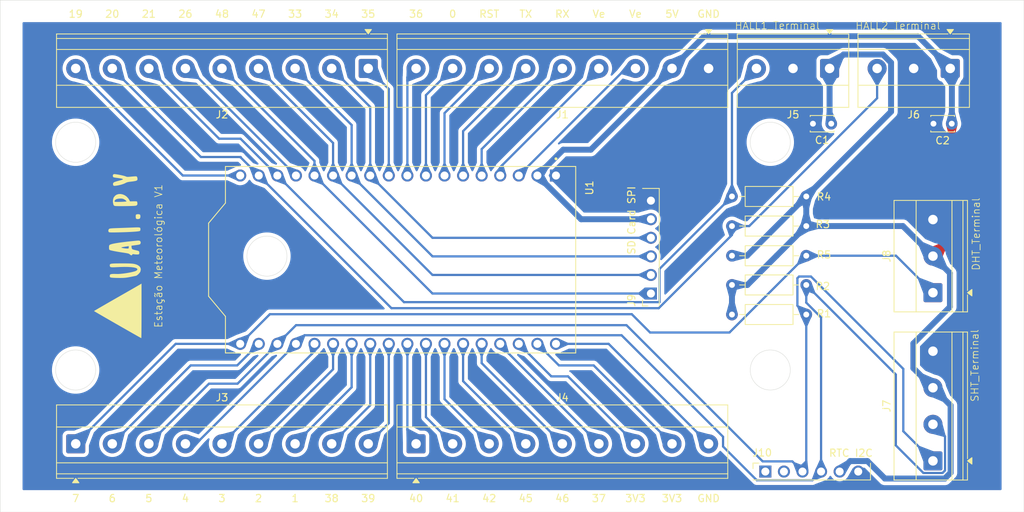
<source format=kicad_pcb>
(kicad_pcb (version 20241229) (generator "pcbnew") (generator_version "9.0")
  (layers (0 "F.Cu" signal) (2 "B.Cu" signal) (13 "F.Paste" user) (15 "B.Paste" user) (5 "F.SilkS" user "F.Silkscreen") (7 "B.SilkS" user "B.Silkscreen") (1 "F.Mask" user) (3 "B.Mask" user) (25 "Edge.Cuts" user))
  (net 0 "")
  (net 1 "Net-(J1-Pin_5)")
  (net 2 "Net-(J1-Pin_4)")
  (net 3 "Net-(J1-Pin_7)")
  (net 4 "Net-(J1-Pin_3)")
  (net 5 "Net-(J1-Pin_8)")
  (net 6 "Net-(J1-Pin_6)")
  (net 7 "/SCK")
  (net 8 "/HALL2_OUT")
  (net 9 "Net-(J2-Pin_6)")
  (net 10 "/CS")
  (net 11 "Net-(J2-Pin_1)")
  (net 12 "/MISO")
  (net 13 "/HALL1_OUT")
  (net 14 "/MOSI")
  (net 15 "/DHT_OUT")
  (net 16 "Net-(J3-Pin_2)")
  (net 17 "Net-(J3-Pin_6)")
  (net 18 "/SDA")
  (net 19 "Net-(J3-Pin_7)")
  (net 20 "Net-(J3-Pin_5)")
  (net 21 "/SCL")
  (net 22 "Net-(J3-Pin_8)")
  (net 23 "Net-(J4-Pin_6)")
  (net 24 "Net-(J4-Pin_4)")
  (net 25 "Net-(J4-Pin_2)")
  (net 26 "Net-(J4-Pin_3)")
  (net 27 "Net-(J4-Pin_8)")
  (net 28 "Net-(J4-Pin_1)")
  (net 29 "Net-(J4-Pin_7)")
  (net 32 "Net-(J4-Pin_9)")
  (net 33 "Net-(J3-Pin_9)")
  (net 34 "Net-(J1-Pin_9)")
  (net 35 "Net-(J2-Pin_9)")
  (net 36 "/GND")
  (net 37 "/VCC")
  (net 38 "Net-(J4-Pin_5)")
  (footprint "TerminalBlock_Phoenix:TerminalBlock_Phoenix_MKDS-1,5-3_1x03_P5.00mm_Horizontal" (layer "F.Cu") (at 192.92 68.835 180)
    (property "Reference" "J5" (at 5 -6.32 0) (layer "F.SilkS"))
    (property "Value" "HALL1_Terminal_01x03")
    (pad "1" thru_hole roundrect (at 0 0 180) (size 2.6 2.6) (drill 1.3) (layers "*.Cu" "*.Mask") (roundrect_rratio 0.096154) (net 37 "/VCC"))
    (pad "2" thru_hole circle (at 5 0 180) (size 2.6 2.6) (drill 1.3) (layers "*.Cu" "*.Mask") (net 36 "/GND"))
    (pad "3" thru_hole circle (at 10 0 180) (size 2.6 2.6) (drill 1.3) (layers "*.Cu" "*.Mask") (net 13 "/HALL1_OUT"))
  )
  (footprint "headerPin_1mm:PinSocket_1x06_P1.00mm_Vertical_v2" (layer "F.Cu") (at 189.66 123.91 90)
    (property "Reference" "J10" (at 2.52 -5.96 0) (layer "F.SilkS"))
    (property "Value" "Conn_01x06_Socket")
    (pad "1" thru_hole rect (at -0.05 -5.525 90) (size 1.65 1.65) (drill 1.1) (layers "*.Cu" "*.Mask"))
    (pad "2" thru_hole circle (at -0.05 -2.985 90) (size 1.65 1.65) (drill 1.1) (layers "*.Cu" "*.Mask"))
    (pad "3" thru_hole circle (at -0.05 -0.445 90) (size 1.65 1.65) (drill 1.1) (layers "*.Cu" "*.Mask") (net 21 "/SCL"))
    (pad "4" thru_hole circle (at -0.05 2.095 90) (size 1.65 1.65) (drill 1.1) (layers "*.Cu" "*.Mask") (net 18 "/SDA"))
    (pad "5" thru_hole circle (at -0.05 4.635 90) (size 1.65 1.65) (drill 1.1) (layers "*.Cu" "*.Mask") (net 37 "/VCC"))
    (pad "6" thru_hole circle (at -0.05 7.175 90) (size 1.65 1.65) (drill 1.1) (layers "*.Cu" "*.Mask") (net 36 "/GND"))
  )
  (footprint "Capacitor_THT:C_Disc_D3.0mm_W2.0mm_P2.50mm" (layer "F.Cu") (at 193.145 76.39 180)
    (property "Reference" "C1" (at 1.25 -2.25 0) (layer "F.SilkS"))
    (property "Value" "100nf")
    (pad "1" thru_hole circle (at 0 0 180) (size 1.6 1.6) (drill 0.8) (layers "*.Cu" "*.Mask") (net 37 "/VCC"))
    (pad "2" thru_hole circle (at 2.5 0 180) (size 1.6 1.6) (drill 0.8) (layers "*.Cu" "*.Mask") (net 36 "/GND"))
  )
  (footprint "TerminalBlock_Phoenix:TerminalBlock_Phoenix_MKDS-1,5-4_1x04_P5.00mm_Horizontal" (layer "F.Cu") (at 207.055 122.5 90)
    (property "Reference" "J7" (at 7.5 -6.32 90) (layer "F.SilkS"))
    (property "Value" "SHT_Terminal_01x04")
    (pad "1" thru_hole roundrect (at 0 0 90) (size 2.6 2.6) (drill 1.3) (layers "*.Cu" "*.Mask") (roundrect_rratio 0.096154) (net 21 "/SCL"))
    (pad "2" thru_hole circle (at 5 0 90) (size 2.6 2.6) (drill 1.3) (layers "*.Cu" "*.Mask") (net 18 "/SDA"))
    (pad "3" thru_hole circle (at 10 0 90) (size 2.6 2.6) (drill 1.3) (layers "*.Cu" "*.Mask") (net 37 "/VCC"))
    (pad "4" thru_hole circle (at 15 0 90) (size 2.6 2.6) (drill 1.3) (layers "*.Cu" "*.Mask") (net 36 "/GND"))
  )
  (footprint "Resistor_THT:R_Axial_DIN0207_L6.3mm_D2.5mm_P10.16mm_Horizontal" (layer "F.Cu") (at 189.73 102.49 180)
    (property "Reference" "R1" (at -2.42 0.13 0) (layer "F.SilkS"))
    (property "Value" "10K ohms")
    (pad "1" thru_hole circle (at 0 0 180) (size 1.6 1.6) (drill 0.8) (layers "*.Cu" "*.Mask") (net 21 "/SCL"))
    (pad "2" thru_hole circle (at 10.16 0 180) (size 1.6 1.6) (drill 0.8) (layers "*.Cu" "*.Mask") (net 37 "/VCC"))
  )
  (footprint "Resistor_THT:R_Axial_DIN0207_L6.3mm_D2.5mm_P10.16mm_Horizontal" (layer "F.Cu") (at 179.57 90.39)
    (property "Reference" "R3" (at 12.42 -0.235 0) (layer "F.SilkS"))
    (property "Value" "10K ohms")
    (pad "1" thru_hole circle (at 0 0) (size 1.6 1.6) (drill 0.8) (layers "*.Cu" "*.Mask") (net 8 "/HALL2_OUT"))
    (pad "2" thru_hole circle (at 10.16 0) (size 1.6 1.6) (drill 0.8) (layers "*.Cu" "*.Mask") (net 37 "/VCC"))
  )
  (footprint "TerminalBlock_Phoenix:TerminalBlock_Phoenix_MKDS-1,5-9_1x09_P5.00mm_Horizontal" (layer "F.Cu") (at 129.83 68.835 180)
    (property "Reference" "J2" (at 20 -6.32 0) (layer "F.SilkS"))
    (property "Value" "Screw_Terminal_01x09")
    (pad "1" thru_hole roundrect (at 0 0 180) (size 2.6 2.6) (drill 1.3) (layers "*.Cu" "*.Mask") (roundrect_rratio 0.096154) (net 11 "Net-(J2-Pin_1)"))
    (pad "2" thru_hole circle (at 5 0 180) (size 2.6 2.6) (drill 1.3) (layers "*.Cu" "*.Mask") (net 12 "/MISO"))
    (pad "3" thru_hole circle (at 10 0 180) (size 2.6 2.6) (drill 1.3) (layers "*.Cu" "*.Mask") (net 14 "/MOSI"))
    (pad "4" thru_hole circle (at 15 0 180) (size 2.6 2.6) (drill 1.3) (layers "*.Cu" "*.Mask") (net 7 "/SCK"))
    (pad "5" thru_hole circle (at 20 0 180) (size 2.6 2.6) (drill 1.3) (layers "*.Cu" "*.Mask") (net 10 "/CS"))
    (pad "6" thru_hole circle (at 25 0 180) (size 2.6 2.6) (drill 1.3) (layers "*.Cu" "*.Mask") (net 9 "Net-(J2-Pin_6)"))
    (pad "7" thru_hole circle (at 30 0 180) (size 2.6 2.6) (drill 1.3) (layers "*.Cu" "*.Mask") (net 13 "/HALL1_OUT"))
    (pad "8" thru_hole circle (at 35 0 180) (size 2.6 2.6) (drill 1.3) (layers "*.Cu" "*.Mask") (net 8 "/HALL2_OUT"))
    (pad "9" thru_hole circle (at 40 0 180) (size 2.6 2.6) (drill 1.3) (layers "*.Cu" "*.Mask") (net 35 "Net-(J2-Pin_9)"))
  )
  (footprint "headerPin_1mm:PinSocket_1x06_P1.00mm_Vertical" (layer "F.Cu") (at 168.48125 93.29 180)
    (property "Reference" "J9" (at 2.645 -7.28 270) (layer "F.SilkS"))
    (property "Value" "Conn_01x06_Socket")
    (pad "1" thru_hole rect (at -0.005 -6.325 180) (size 1.65 1.65) (drill 1.1) (layers "*.Cu" "*.Mask") (net 10 "/CS"))
    (pad "2" thru_hole circle (at -0.005 -3.785 180) (size 1.65 1.65) (drill 1.1) (layers "*.Cu" "*.Mask") (net 7 "/SCK"))
    (pad "3" thru_hole circle (at -0.005 -1.245 180) (size 1.65 1.65) (drill 1.1) (layers "*.Cu" "*.Mask") (net 14 "/MOSI"))
    (pad "4" thru_hole circle (at -0.005 1.295 180) (size 1.65 1.65) (drill 1.1) (layers "*.Cu" "*.Mask") (net 12 "/MISO"))
    (pad "5" thru_hole circle (at -0.005 3.835 180) (size 1.65 1.65) (drill 1.1) (layers "*.Cu" "*.Mask") (net 37 "/VCC"))
    (pad "6" thru_hole circle (at -0.005 6.375 180) (size 1.65 1.65) (drill 1.1) (layers "*.Cu" "*.Mask") (net 36 "/GND"))
  )
  (footprint "TerminalBlock_Phoenix:TerminalBlock_Phoenix_MKDS-1,5-9_1x09_P5.00mm_Horizontal" (layer "F.Cu") (at 176.375 68.835 180)
    (property "Reference" "J1" (at 20 -6.32 0) (layer "F.SilkS"))
    (property "Value" "Screw_Terminal_01x09")
    (pad "1" thru_hole roundrect (at 0 0 180) (size 2.6 2.6) (drill 1.3) (layers "*.Cu" "*.Mask") (roundrect_rratio 0.096154) (net 36 "/GND"))
    (pad "2" thru_hole circle (at 5 0 180) (size 2.6 2.6) (drill 1.3) (layers "*.Cu" "*.Mask") (net 37 "/VCC"))
    (pad "3" thru_hole circle (at 10 0 180) (size 2.6 2.6) (drill 1.3) (layers "*.Cu" "*.Mask") (net 4 "Net-(J1-Pin_3)"))
    (pad "4" thru_hole circle (at 15 0 180) (size 2.6 2.6) (drill 1.3) (layers "*.Cu" "*.Mask") (net 2 "Net-(J1-Pin_4)"))
    (pad "5" thru_hole circle (at 20 0 180) (size 2.6 2.6) (drill 1.3) (layers "*.Cu" "*.Mask") (net 1 "Net-(J1-Pin_5)"))
    (pad "6" thru_hole circle (at 25 0 180) (size 2.6 2.6) (drill 1.3) (layers "*.Cu" "*.Mask") (net 6 "Net-(J1-Pin_6)"))
    (pad "7" thru_hole circle (at 30 0 180) (size 2.6 2.6) (drill 1.3) (layers "*.Cu" "*.Mask") (net 3 "Net-(J1-Pin_7)"))
    (pad "8" thru_hole circle (at 35 0 180) (size 2.6 2.6) (drill 1.3) (layers "*.Cu" "*.Mask") (net 5 "Net-(J1-Pin_8)"))
    (pad "9" thru_hole circle (at 40 0 180) (size 2.6 2.6) (drill 1.3) (layers "*.Cu" "*.Mask") (net 34 "Net-(J1-Pin_9)"))
  )
  (footprint "TerminalBlock_Phoenix:TerminalBlock_Phoenix_MKDS-1,5-9_1x09_P5.00mm_Horizontal" (layer "F.Cu") (at 136.375 120.165)
    (property "Reference" "J4" (at 20 -6.32 0) (layer "F.SilkS"))
    (property "Value" "Screw_Terminal_01x09")
    (pad "1" thru_hole roundrect (at 0 0) (size 2.6 2.6) (drill 1.3) (layers "*.Cu" "*.Mask") (roundrect_rratio 0.096154) (net 28 "Net-(J4-Pin_1)"))
    (pad "2" thru_hole circle (at 5 0) (size 2.6 2.6) (drill 1.3) (layers "*.Cu" "*.Mask") (net 25 "Net-(J4-Pin_2)"))
    (pad "3" thru_hole circle (at 10 0) (size 2.6 2.6) (drill 1.3) (layers "*.Cu" "*.Mask") (net 26 "Net-(J4-Pin_3)"))
    (pad "4" thru_hole circle (at 15 0) (size 2.6 2.6) (drill 1.3) (layers "*.Cu" "*.Mask") (net 24 "Net-(J4-Pin_4)"))
    (pad "5" thru_hole circle (at 20 0) (size 2.6 2.6) (drill 1.3) (layers "*.Cu" "*.Mask") (net 38 "Net-(J4-Pin_5)"))
    (pad "6" thru_hole circle (at 25 0) (size 2.6 2.6) (drill 1.3) (layers "*.Cu" "*.Mask") (net 23 "Net-(J4-Pin_6)"))
    (pad "7" thru_hole circle (at 30 0) (size 2.6 2.6) (drill 1.3) (layers "*.Cu" "*.Mask") (net 29 "Net-(J4-Pin_7)"))
    (pad "8" thru_hole circle (at 35 0) (size 2.6 2.6) (drill 1.3) (layers "*.Cu" "*.Mask") (net 27 "Net-(J4-Pin_8)"))
    (pad "9" thru_hole circle (at 40 0) (size 2.6 2.6) (drill 1.3) (layers "*.Cu" "*.Mask") (net 32 "Net-(J4-Pin_9)"))
  )
  (footprint "Resistor_THT:R_Axial_DIN0207_L6.3mm_D2.5mm_P10.16mm_Horizontal" (layer "F.Cu") (at 189.73 94.445 180)
    (property "Reference" "R5" (at -2.42 0.13 0) (layer "F.SilkS"))
    (property "Value" "10K ohms")
    (pad "1" thru_hole circle (at 0 0 180) (size 1.6 1.6) (drill 0.8) (layers "*.Cu" "*.Mask") (net 15 "/DHT_OUT"))
    (pad "2" thru_hole circle (at 10.16 0 180) (size 1.6 1.6) (drill 0.8) (layers "*.Cu" "*.Mask") (net 37 "/VCC"))
  )
  (footprint "Resistor_THT:R_Axial_DIN0207_L6.3mm_D2.5mm_P10.16mm_Horizontal" (layer "F.Cu") (at 189.73 86.34 180)
    (property "Reference" "R4" (at -2.42 -0.05 0) (layer "F.SilkS"))
    (property "Value" "10K ohms")
    (pad "1" thru_hole circle (at 0 0 180) (size 1.6 1.6) (drill 0.8) (layers "*.Cu" "*.Mask") (net 37 "/VCC"))
    (pad "2" thru_hole circle (at 10.16 0 180) (size 1.6 1.6) (drill 0.8) (layers "*.Cu" "*.Mask") (net 13 "/HALL1_OUT"))
  )
  (footprint "Resistor_THT:R_Axial_DIN0207_L6.3mm_D2.5mm_P10.16mm_Horizontal" (layer "F.Cu") (at 179.57 98.44)
    (property "Reference" "R2" (at 12.42 0.185 0) (layer "F.SilkS"))
    (property "Value" "10K ohms")
    (pad "1" thru_hole circle (at 0 0) (size 1.6 1.6) (drill 0.8) (layers "*.Cu" "*.Mask") (net 37 "/VCC"))
    (pad "2" thru_hole circle (at 10.16 0) (size 1.6 1.6) (drill 0.8) (layers "*.Cu" "*.Mask") (net 18 "/SDA"))
  )
  (footprint "TerminalBlock_Phoenix:TerminalBlock_Phoenix_MKDS-1,5-3_1x03_P5.00mm_Horizontal" (layer "F.Cu") (at 209.42 68.835 180)
    (property "Reference" "J6" (at 5 -6.32 0) (layer "F.SilkS"))
    (property "Value" "HALL2_Terminal_01x03")
    (pad "1" thru_hole roundrect (at 0 0 180) (size 2.6 2.6) (drill 1.3) (layers "*.Cu" "*.Mask") (roundrect_rratio 0.096154) (net 37 "/VCC"))
    (pad "2" thru_hole circle (at 5 0 180) (size 2.6 2.6) (drill 1.3) (layers "*.Cu" "*.Mask") (net 36 "/GND"))
    (pad "3" thru_hole circle (at 10 0 180) (size 2.6 2.6) (drill 1.3) (layers "*.Cu" "*.Mask") (net 8 "/HALL2_OUT"))
  )
  (footprint "TerminalBlock_Phoenix:TerminalBlock_Phoenix_MKDS-1,5-3_1x03_P5.00mm_Horizontal" (layer "F.Cu") (at 207.055 99.5 90)
    (property "Reference" "J8" (at 5 -6.32 90) (layer "F.SilkS"))
    (property "Value" "DHT_Terminal_01x03")
    (pad "1" thru_hole roundrect (at 0 0 90) (size 2.6 2.6) (drill 1.3) (layers "*.Cu" "*.Mask") (roundrect_rratio 0.096154) (net 15 "/DHT_OUT"))
    (pad "2" thru_hole circle (at 5 0 90) (size 2.6 2.6) (drill 1.3) (layers "*.Cu" "*.Mask") (net 37 "/VCC"))
    (pad "3" thru_hole circle (at 10 0 90) (size 2.6 2.6) (drill 1.3) (layers "*.Cu" "*.Mask") (net 36 "/GND"))
  )
  (footprint "TerminalBlock_Phoenix:TerminalBlock_Phoenix_MKDS-1,5-9_1x09_P5.00mm_Horizontal" (layer "F.Cu") (at 89.83 120.165)
    (property "Reference" "J3" (at 20 -6.32 0) (layer "F.SilkS"))
    (property "Value" "Screw_Terminal_01x09")
    (pad "1" thru_hole roundrect (at 0 0) (size 2.6 2.6) (drill 1.3) (layers "*.Cu" "*.Mask") (roundrect_rratio 0.096154) (net 15 "/DHT_OUT"))
    (pad "2" thru_hole circle (at 5 0) (size 2.6 2.6) (drill 1.3) (layers "*.Cu" "*.Mask") (net 16 "Net-(J3-Pin_2)"))
    (pad "3" thru_hole circle (at 10 0) (size 2.6 2.6) (drill 1.3) (layers "*.Cu" "*.Mask") (net 21 "/SCL"))
    (pad "4" thru_hole circle (at 15 0) (size 2.6 2.6) (drill 1.3) (layers "*.Cu" "*.Mask") (net 18 "/SDA"))
    (pad "5" thru_hole circle (at 20 0) (size 2.6 2.6) (drill 1.3) (layers "*.Cu" "*.Mask") (net 20 "Net-(J3-Pin_5)"))
    (pad "6" thru_hole circle (at 25 0) (size 2.6 2.6) (drill 1.3) (layers "*.Cu" "*.Mask") (net 17 "Net-(J3-Pin_6)"))
    (pad "7" thru_hole circle (at 30 0) (size 2.6 2.6) (drill 1.3) (layers "*.Cu" "*.Mask") (net 19 "Net-(J3-Pin_7)"))
    (pad "8" thru_hole circle (at 35 0) (size 2.6 2.6) (drill 1.3) (layers "*.Cu" "*.Mask") (net 22 "Net-(J3-Pin_8)"))
    (pad "9" thru_hole circle (at 40 0) (size 2.6 2.6) (drill 1.3) (layers "*.Cu" "*.Mask") (net 33 "Net-(J3-Pin_9)"))
  )
  (footprint "headerPin_1mm:logo_ftp" (layer "F.Cu") (at 96.43 93.86569 90)
    (property "Reference" "G***" (hide yes))
    (property "Value" "LOGO" (hide yes))
  )
  (footprint "WIFI_KIT_32__V3_:MODULE_WIFI_KIT_32__V3_" (layer "F.Cu") (at 133.1025 94.9875 -90)
    (property "Reference" "U1" (at -9.825 -26.985 90) (layer "F.SilkS"))
    (property "Value" "WIFI_KIT_32__V3_")
    (pad "J2_1" thru_hole rect (at -11.51 -22.4 270) (size 1.65 1.65) (drill 1.1) (layers "*.Cu" "*.Mask") (net 36 "/GND"))
    (pad "J2_2" thru_hole circle (at -11.51 -19.86 270) (size 1.65 1.65) (drill 1.1) (layers "*.Cu" "*.Mask") (net 37 "/VCC"))
    (pad "J2_3" thru_hole circle (at -11.51 -17.32 270) (size 1.65 1.65) (drill 1.1) (layers "*.Cu" "*.Mask") (net 4 "Net-(J1-Pin_3)"))
    (pad "J2_4" thru_hole circle (at -11.51 -14.78 270) (size 1.65 1.65) (drill 1.1) (layers "*.Cu" "*.Mask") (net 2 "Net-(J1-Pin_4)"))
    (pad "J2_5" thru_hole circle (at -11.51 -12.24 270) (size 1.65 1.65) (drill 1.1) (layers "*.Cu" "*.Mask") (net 1 "Net-(J1-Pin_5)"))
    (pad "J2_6" thru_hole circle (at -11.51 -9.7 270) (size 1.65 1.65) (drill 1.1) (layers "*.Cu" "*.Mask") (net 6 "Net-(J1-Pin_6)"))
    (pad "J2_7" thru_hole circle (at -11.51 -7.16 270) (size 1.65 1.65) (drill 1.1) (layers "*.Cu" "*.Mask") (net 3 "Net-(J1-Pin_7)"))
    (pad "J2_8" thru_hole circle (at -11.51 -4.62 270) (size 1.65 1.65) (drill 1.1) (layers "*.Cu" "*.Mask") (net 5 "Net-(J1-Pin_8)"))
    (pad "J2_9" thru_hole circle (at -11.51 -2.08 270) (size 1.65 1.65) (drill 1.1) (layers "*.Cu" "*.Mask") (net 34 "Net-(J1-Pin_9)"))
    (pad "J2_10" thru_hole circle (at -11.51 0.46 270) (size 1.65 1.65) (drill 1.1) (layers "*.Cu" "*.Mask") (net 11 "Net-(J2-Pin_1)"))
    (pad "J2_11" thru_hole circle (at -11.51 3 270) (size 1.65 1.65) (drill 1.1) (layers "*.Cu" "*.Mask") (net 12 "/MISO"))
    (pad "J2_12" thru_hole circle (at -11.51 5.54 270) (size 1.65 1.65) (drill 1.1) (layers "*.Cu" "*.Mask") (net 14 "/MOSI"))
    (pad "J2_13" thru_hole circle (at -11.51 8.08 270) (size 1.65 1.65) (drill 1.1) (layers "*.Cu" "*.Mask") (net 7 "/SCK"))
    (pad "J2_14" thru_hole circle (at -11.51 10.62 270) (size 1.65 1.65) (drill 1.1) (layers "*.Cu" "*.Mask") (net 10 "/CS"))
    (pad "J2_15" thru_hole circle (at -11.51 13.16 270) (size 1.65 1.65) (drill 1.1) (layers "*.Cu" "*.Mask") (net 9 "Net-(J2-Pin_6)"))
    (pad "J2_16" thru_hole circle (at -11.51 15.7 270) (size 1.65 1.65) (drill 1.1) (layers "*.Cu" "*.Mask") (net 13 "/HALL1_OUT"))
    (pad "J2_17" thru_hole circle (at -11.51 18.24 270) (size 1.65 1.65) (drill 1.1) (layers "*.Cu" "*.Mask") (net 8 "/HALL2_OUT"))
    (pad "J2_18" thru_hole circle (at -11.51 20.78 270) (size 1.65 1.65) (drill 1.1) (layers "*.Cu" "*.Mask") (net 35 "Net-(J2-Pin_9)"))
    (pad "J3_1" thru_hole circle (at 11.51 -22.4 270) (size 1.65 1.65) (drill 1.1) (layers "*.Cu" "*.Mask") (net 32 "Net-(J4-Pin_9)"))
    (pad "J3_2" thru_hole circle (at 11.51 -19.86 270) (size 1.65 1.65) (drill 1.1) (layers "*.Cu" "*.Mask") (net 27 "Net-(J4-Pin_8)"))
    (pad "J3_3" thru_hole circle (at 11.51 -17.32 270) (size 1.65 1.65) (drill 1.1) (layers "*.Cu" "*.Mask") (net 29 "Net-(J4-Pin_7)"))
    (pad "J3_4" thru_hole circle (at 11.51 -14.78 270) (size 1.65 1.65) (drill 1.1) (layers "*.Cu" "*.Mask") (net 23 "Net-(J4-Pin_6)"))
    (pad "J3_5" thru_hole circle (at 11.51 -12.24 270) (size 1.65 1.65) (drill 1.1) (layers "*.Cu" "*.Mask") (net 38 "Net-(J4-Pin_5)"))
    (pad "J3_6" thru_hole circle (at 11.51 -9.7 270) (size 1.65 1.65) (drill 1.1) (layers "*.Cu" "*.Mask") (net 24 "Net-(J4-Pin_4)"))
    (pad "J3_7" thru_hole circle (at 11.51 -7.16 270) (size 1.65 1.65) (drill 1.1) (layers "*.Cu" "*.Mask") (net 26 "Net-(J4-Pin_3)"))
    (pad "J3_8" thru_hole circle (at 11.51 -4.62 270) (size 1.65 1.65) (drill 1.1) (layers "*.Cu" "*.Mask") (net 25 "Net-(J4-Pin_2)"))
    (pad "J3_9" thru_hole circle (at 11.51 -2.08 270) (size 1.65 1.65) (drill 1.1) (layers "*.Cu" "*.Mask") (net 28 "Net-(J4-Pin_1)"))
    (pad "J3_10" thru_hole circle (at 11.51 0.46 270) (size 1.65 1.65) (drill 1.1) (layers "*.Cu" "*.Mask") (net 33 "Net-(J3-Pin_9)"))
    (pad "J3_11" thru_hole circle (at 11.51 3 270) (size 1.65 1.65) (drill 1.1) (layers "*.Cu" "*.Mask") (net 22 "Net-(J3-Pin_8)"))
    (pad "J3_12" thru_hole circle (at 11.51 5.54 270) (size 1.65 1.65) (drill 1.1) (layers "*.Cu" "*.Mask") (net 19 "Net-(J3-Pin_7)"))
    (pad "J3_13" thru_hole circle (at 11.51 8.08 270) (size 1.65 1.65) (drill 1.1) (layers "*.Cu" "*.Mask") (net 17 "Net-(J3-Pin_6)"))
    (pad "J3_14" thru_hole circle (at 11.51 10.62 270) (size 1.65 1.65) (drill 1.1) (layers "*.Cu" "*.Mask") (net 20 "Net-(J3-Pin_5)"))
    (pad "J3_15" thru_hole circle (at 11.51 13.16 270) (size 1.65 1.65) (drill 1.1) (layers "*.Cu" "*.Mask") (net 18 "/SDA"))
    (pad "J3_16" thru_hole circle (at 11.51 15.7 270) (size 1.65 1.65) (drill 1.1) (layers "*.Cu" "*.Mask") (net 21 "/SCL"))
    (pad "J3_17" thru_hole circle (at 11.51 18.24 270) (size 1.65 1.65) (drill 1.1) (layers "*.Cu" "*.Mask") (net 16 "Net-(J3-Pin_2)"))
    (pad "J3_18" thru_hole circle (at 11.51 20.78 270) (size 1.65 1.65) (drill 1.1) (layers "*.Cu" "*.Mask") (net 15 "/DHT_OUT"))
  )
  (footprint "Capacitor_THT:C_Disc_D3.0mm_W2.0mm_P2.50mm" (layer "F.Cu") (at 207.125 76.39)
    (property "Reference" "C2" (at 1.25 2.305 0) (layer "F.SilkS"))
    (property "Value" "100nf")
    (pad "1" thru_hole circle (at 0 0) (size 1.6 1.6) (drill 0.8) (layers "*.Cu" "*.Mask") (net 36 "/GND"))
    (pad "2" thru_hole circle (at 2.5 0) (size 1.6 1.6) (drill 0.8) (layers "*.Cu" "*.Mask") (net 37 "/VCC"))
  )
  (gr_circle (center 115.98 94.5) (end 115.98 97.24) (stroke (width 0.05)) (fill no) (layer "Edge.Cuts"))
  (gr_circle (center 184.81 78.927156) (end 184.81 81.667156) (stroke (width 0.05)) (fill no) (layer "Edge.Cuts"))
  (gr_rect (start 79.5 59.5) (end 219.5 129.5) (stroke (width 0.05)) (fill no) (layer "Edge.Cuts"))
  (gr_circle (center 89.82 78.927156) (end 89.82 81.667156) (stroke (width 0.05)) (fill no) (layer "Edge.Cuts"))
  (gr_circle (center 184.81 110.072845) (end 184.81 112.812845) (stroke (width 0.05)) (fill no) (layer "Edge.Cuts"))
  (gr_circle (center 89.82 110.072845) (end 89.82 112.812845) (stroke (width 0.05)) (fill no) (layer "Edge.Cuts"))
  (gr_text "Ve" (at 161.375 61.39 0) (layer "F.SilkS") (effects (font (size 1 1))))
  (gr_text "DHT_Terminal" (at 213.54 96.527382 90) (layer "F.SilkS") (effects (font (size 1 1) (thickness 0.1)) (justify left bottom)))
  (gr_text "SHT_Terminal" (at 212.78 114.479763 90) (layer "F.SilkS") (effects (font (size 1 1) (thickness 0.1)) (justify left)))
  (gr_text "7" (at 89.83 127.63 0) (layer "F.SilkS") (effects (font (size 1 1))))
  (gr_text "5V" (at 171.375 61.39 0) (layer "F.SilkS") (effects (font (size 1 1))))
  (gr_text "6" (at 94.83 127.63 0) (layer "F.SilkS") (effects (font (size 1 1))))
  (gr_text "Estação Meteorológica V1" (at 101.74 104.359526 90) (layer "F.SilkS") (effects (font (size 1 1) (thickness 0.1)) (justify left bottom)))
  (gr_text "SD Card SPI" (at 165.84 89.606667 90) (layer "F.SilkS") (effects (font (size 1 1))))
  (gr_text "33" (at 119.83 61.39 0) (layer "F.SilkS") (effects (font (size 1 1))))
  (gr_text "38" (at 124.83 127.63 0) (layer "F.SilkS") (effects (font (size 1 1))))
  (gr_text "TX" (at 151.375 61.39 0) (layer "F.SilkS") (effects (font (size 1 1))))
  (gr_text "3V3" (at 171.375 127.63 0) (layer "F.SilkS") (effects (font (size 1 1))))
  (gr_text "41" (at 141.375 127.63 0) (layer "F.SilkS") (effects (font (size 1 1))))
  (gr_text "46" (at 156.375 127.63 0) (layer "F.SilkS") (effects (font (size 1 1))))
  (gr_text "34" (at 124.83 61.39 0) (layer "F.SilkS") (effects (font (size 1 1))))
  (gr_text "0" (at 141.375 61.39 0) (layer "F.SilkS") (effects (font (size 1 1))))
  (gr_text "RTC I2C" (at 195.833809 121.43 0) (layer "F.SilkS") (effects (font (size 1 1))))
  (gr_text "47" (at 114.83 61.39 0) (layer "F.SilkS") (effects (font (size 1 1))))
  (gr_text "3" (at 109.83 127.63 0) (layer "F.SilkS") (effects (font (size 1 1))))
  (gr_text "1" (at 119.83 127.63 0) (layer "F.SilkS") (effects (font (size 1 1))))
  (gr_text "21" (at 99.83 61.39 0) (layer "F.SilkS") (effects (font (size 1 1))))
  (gr_text "5" (at 99.83 127.63 0) (layer "F.SilkS") (effects (font (size 1 1))))
  (gr_text "RX" (at 156.375 61.39 0) (layer "F.SilkS") (effects (font (size 1 1))))
  (gr_text "39" (at 129.83 127.63 0) (layer "F.SilkS") (effects (font (size 1 1))))
  (gr_text "36" (at 136.375 61.39 0) (layer "F.SilkS") (effects (font (size 1 1))))
  (gr_text "GND" (at 176.375 61.39 0) (layer "F.SilkS") (effects (font (size 1 1))))
  (gr_text "3V3" (at 166.375 127.63 0) (layer "F.SilkS") (effects (font (size 1 1))))
  (gr_text "HALL2_Terminal" (at 196.395 63.58 0) (layer "F.SilkS") (effects (font (size 1 1) (thickness 0.1)) (justify left bottom)))
  (gr_text "4" (at 104.83 127.63 0) (layer "F.SilkS") (effects (font (size 1 1))))
  (gr_text "42" (at 146.375 127.63 0) (layer "F.SilkS") (effects (font (size 1 1))))
  (gr_text "20" (at 94.83 61.39 0) (layer "F.SilkS") (effects (font (size 1 1))))
  (gr_text "2" (at 114.83 127.63 0) (layer "F.SilkS") (effects (font (size 1 1))))
  (gr_text "45" (at 151.375 127.63 0) (layer "F.SilkS") (effects (font (size 1 1))))
  (gr_text "HALL1_Terminal" (at 179.895 63.56 0) (layer "F.SilkS") (effects (font (size 1 1) (thickness 0.1)) (justify left bottom)))
  (gr_text "37" (at 161.375 127.63 0) (layer "F.SilkS") (effects (font (size 1 1))))
  (gr_text "40" (at 136.375 127.63 0) (layer "F.SilkS") (effects (font (size 1 1))))
  (gr_text "35" (at 129.83 61.39 0) (layer "F.SilkS") (effects (font (size 1 1))))
  (gr_text "RST" (at 146.375 61.39 0) (layer "F.SilkS") (effects (font (size 1 1))))
  (gr_text "Ve" (at 166.375 61.39 0) (layer "F.SilkS") (effects (font (size 1 1))))
  (gr_text "26" (at 104.83 61.39 0) (layer "F.SilkS") (effects (font (size 1 1))))
  (gr_text "48" (at 109.83 61.39 0) (layer "F.SilkS") (effects (font (size 1 1))))
  (gr_text "19" (at 89.83 61.39 0) (layer "F.SilkS") (effects (font (size 1 1))))
  (gr_text "GND" (at 176.375 127.63 0) (layer "F.SilkS") (effects (font (size 1 1))))
  (segment (start 156.375 68.835) (end 145.3425 79.8675) (width 0.3048) (layer "B.Cu") (net 1))
  (segment (start 145.3425 79.8675) (end 145.3425 83.4775) (width 0.3048) (layer "B.Cu") (net 1))
  (segment (start 147.8825 82.3275) (end 147.8825 83.4775) (width 0.3048) (layer "B.Cu") (net 2))
  (segment (start 161.375 69.985) (end 161.375 68.835) (width 0.3048) (layer "B.Cu") (net 2))
  (segment (start 161.375 68.835) (end 147.8825 82.3275) (width 0.3048) (layer "B.Cu") (net 2))
  (segment (start 140.2625 83.4775) (end 140.2625 74.9475) (width 0.3048) (layer "B.Cu") (net 3))
  (segment (start 140.2625 74.9475) (end 146.375 68.835) (width 0.3048) (layer "B.Cu") (net 3))
  (segment (start 150.4225 83.4775) (end 165.065 68.835) (width 0.3048) (layer "B.Cu") (net 4))
  (segment (start 165.065 68.835) (end 166.375 68.835) (width 0.3048) (layer "B.Cu") (net 4))
  (segment (start 137.7225 72.4875) (end 141.375 68.835) (width 0.3048) (layer "B.Cu") (net 5))
  (segment (start 137.7225 83.4775) (end 137.7225 72.4875) (width 0.3048) (layer "B.Cu") (net 5))
  (segment (start 142.8025 83.4775) (end 142.8025 77.4075) (width 0.3048) (layer "B.Cu") (net 6))
  (segment (start 142.8025 77.4075) (end 151.375 68.835) (width 0.3048) (layer "B.Cu") (net 6))
  (segment (start 138.62 97.075) (end 125.0225 83.4775) (width 0.3048) (layer "B.Cu") (net 7))
  (segment (start 125.0225 83.4775) (end 125.0225 79.0275) (width 0.3048) (layer "B.Cu") (net 7))
  (segment (start 125.0225 79.0275) (end 114.83 68.835) (width 0.3048) (layer "B.Cu") (net 7))
  (segment (start 168.48625 97.075) (end 138.62 97.075) (width 0.3048) (layer "B.Cu") (net 7))
  (segment (start 114.8625 83.4775) (end 114.8625 83.4325) (width 0.3048) (layer "B.Cu") (net 8))
  (segment (start 133.005 101.62) (end 114.8625 83.4775) (width 0.3048) (layer "B.Cu") (net 8))
  (segment (start 112.375 80.99) (end 114.8625 83.4775) (width 0.3048) (layer "B.Cu") (net 8))
  (segment (start 199.42 72.9) (end 181.93 90.39) (width 0.3048) (layer "B.Cu") (net 8))
  (segment (start 179.57 90.39) (end 179.57 91.603359) (width 0.3048) (layer "B.Cu") (net 8))
  (segment (start 94.83 68.835) (end 106.94 80.945) (width 0.3048) (layer "B.Cu") (net 8))
  (segment (start 106.94 80.945) (end 112.375 80.945) (width 0.3048) (layer "B.Cu") (net 8))
  (segment (start 199.42 68.835) (end 199.42 72.9) (width 0.3048) (layer "B.Cu") (net 8))
  (segment (start 181.93 90.39) (end 179.57 90.39) (width 0.3048) (layer "B.Cu") (net 8))
  (segment (start 112.375 80.945) (end 112.375 80.99) (width 0.3048) (layer "B.Cu") (net 8))
  (segment (start 169.553359 101.62) (end 133.005 101.62) (width 0.3048) (layer "B.Cu") (net 8))
  (segment (start 179.57 91.603359) (end 169.553359 101.62) (width 0.3048) (layer "B.Cu") (net 8))
  (segment (start 105.3 68.835) (end 104.83 68.835) (width 0.3048) (layer "B.Cu") (net 9))
  (segment (start 119.9425 83.4775) (end 105.3 68.835) (width 0.3048) (layer "B.Cu") (net 9))
  (segment (start 122.4825 81.4875) (end 109.83 68.835) (width 0.3048) (layer "B.Cu") (net 10))
  (segment (start 122.4825 83.4775) (end 122.4825 81.4875) (width 0.3048) (layer "B.Cu") (net 10))
  (segment (start 138.62 99.615) (end 122.4825 83.4775) (width 0.3048) (layer "B.Cu") (net 10))
  (segment (start 168.48625 99.615) (end 138.62 99.615) (width 0.3048) (layer "B.Cu") (net 10))
  (segment (start 132.6425 83.4775) (end 132.6425 71.6475) (width 0.3048) (layer "B.Cu") (net 11))
  (segment (start 132.6425 71.6475) (end 129.83 68.835) (width 0.3048) (layer "B.Cu") (net 11))
  (segment (start 138.62 91.995) (end 130.1025 83.4775) (width 0.3048) (layer "B.Cu") (net 12))
  (segment (start 130.1025 74.1075) (end 124.83 68.835) (width 0.3048) (layer "B.Cu") (net 12))
  (segment (start 130.1025 83.4775) (end 130.1025 74.1075) (width 0.3048) (layer "B.Cu") (net 12))
  (segment (start 168.48625 91.995) (end 138.62 91.995) (width 0.3048) (layer "B.Cu") (net 12))
  (segment (start 99.83 68.835) (end 109.44 78.445) (width 0.3048) (layer "B.Cu") (net 13))
  (segment (start 109.44 78.445) (end 112.37 78.445) (width 0.3048) (layer "B.Cu") (net 13))
  (segment (start 179.57 86.34) (end 169.66465 96.24535) (width 0.3048) (layer "B.Cu") (net 13))
  (segment (start 169.66465 100.7934) (end 134.7184 100.7934) (width 0.3048) (layer "B.Cu") (net 13))
  (segment (start 182.92 68.835) (end 179.57 72.185) (width 0.3048) (layer "B.Cu") (net 13))
  (segment (start 134.7184 100.7934) (end 117.4025 83.4775) (width 0.3048) (layer "B.Cu") (net 13))
  (segment (start 169.66465 96.24535) (end 169.66465 100.7934) (width 0.3048) (layer "B.Cu") (net 13))
  (segment (start 112.37 78.445) (end 117.4025 83.4775) (width 0.3048) (layer "B.Cu") (net 13))
  (segment (start 179.57 72.185) (end 179.57 86.34) (width 0.3048) (layer "B.Cu") (net 13))
  (segment (start 127.5625 76.5675) (end 119.83 68.835) (width 0.3048) (layer "B.Cu") (net 14))
  (segment (start 168.48625 94.535) (end 138.62 94.535) (width 0.3048) (layer "B.Cu") (net 14))
  (segment (start 138.62 94.535) (end 127.5625 83.4775) (width 0.3048) (layer "B.Cu") (net 14))
  (segment (start 127.5625 83.4775) (end 127.5625 76.5675) (width 0.3048) (layer "B.Cu") (net 14))
  (segment (start 103.4975 106.4975) (end 112.3225 106.4975) (width 0.3048) (layer "B.Cu") (net 15))
  (segment (start 189.73 94.445) (end 179.23 104.945) (width 0.3048) (layer "B.Cu") (net 15))
  (segment (start 89.83 120.165) (end 103.4975 106.4975) (width 0.3048) (layer "B.Cu") (net 15))
  (segment (start 168.375 104.945) (end 165.875 102.445) (width 0.3048) (layer "B.Cu") (net 15))
  (segment (start 116.375 102.445) (end 112.3225 106.4975) (width 0.3048) (layer "B.Cu") (net 15))
  (segment (start 165.875 102.445) (end 116.375 102.445) (width 0.3048) (layer "B.Cu") (net 15))
  (segment (start 189.73 94.445) (end 189.73 94.5) (width 0.3048) (layer "B.Cu") (net 15))
  (segment (start 189.73 94.445) (end 202 94.445) (width 0.3048) (layer "B.Cu") (net 15))
  (segment (start 179.23 104.945) (end 168.375 104.945) (width 0.3048) (layer "B.Cu") (net 15))
  (segment (start 202 94.445) (end 207.055 99.5) (width 0.3048) (layer "B.Cu") (net 15))
  (segment (start 94.83 120.165) (end 105.55 109.445) (width 0.3048) (layer "B.Cu") (net 16))
  (segment (start 105.55 109.445) (end 111.915 109.445) (width 0.3048) (layer "B.Cu") (net 16))
  (segment (start 111.915 109.445) (end 114.8625 106.4975) (width 0.3048) (layer "B.Cu") (net 16))
  (segment (start 125.0225 109.9725) (end 125.0225 106.4975) (width 0.3048) (layer "B.Cu") (net 17))
  (segment (start 114.83 120.165) (end 125.0225 109.9725) (width 0.3048) (layer "B.Cu") (net 17))
  (segment (start 104.83 120.165) (end 106.275 120.165) (width 0.3048) (layer "B.Cu") (net 18))
  (segment (start 182.9566 125.1384) (end 178.35 120.5318) (width 0.3048) (layer "B.Cu") (net 18))
  (segment (start 191.755 123.96) (end 190.5766 125.1384) (width 0.3048) (layer "B.Cu") (net 18))
  (segment (start 208.361864 124.1534) (end 205.748136 124.1534) (width 0.3048) (layer "B.Cu") (net 18))
  (segment (start 189.73 100.858846) (end 189.73 98.44) (width 0.3048) (layer "B.Cu") (net 18))
  (segment (start 201.98 110.69) (end 189.73 98.44) (width 0.3048) (layer "B.Cu") (net 18))
  (segment (start 178.35 120.5318) (end 178.35 119.2) (width 0.3048) (layer "B.Cu") (net 18))
  (segment (start 201.98 120.385264) (end 201.98 110.69) (width 0.3048) (layer "B.Cu") (net 18))
  (segment (start 207.055 117.5) (end 208.7084 119.1534) (width 0.3048) (layer "B.Cu") (net 18))
  (segment (start 191.755 102.883846) (end 189.73 100.858846) (width 0.3048) (layer "B.Cu") (net 18))
  (segment (start 208.7084 119.1534) (end 208.7084 123.806864) (width 0.3048) (layer "B.Cu") (net 18))
  (segment (start 164.4691 105.3191) (end 121.1209 105.3191) (width 0.3048) (layer "B.Cu") (net 18))
  (segment (start 191.755 123.96) (end 191.755 102.883846) (width 0.3048) (layer "B.Cu") (net 18))
  (segment (start 106.275 120.165) (end 119.9425 106.4975) (width 0.3048) (layer "B.Cu") (net 18))
  (segment (start 178.35 119.2) (end 164.4691 105.3191) (width 0.3048) (layer "B.Cu") (net 18))
  (segment (start 190.5766 125.1384) (end 182.9566 125.1384) (width 0.3048) (layer "B.Cu") (net 18))
  (segment (start 121.1209 105.3191) (end 119.9425 106.4975) (width 0.3048) (layer "B.Cu") (net 18))
  (segment (start 205.748136 124.1534) (end 201.98 120.385264) (width 0.3048) (layer "B.Cu") (net 18))
  (segment (start 208.7084 123.806864) (end 208.361864 124.1534) (width 0.3048) (layer "B.Cu") (net 18))
  (segment (start 119.83 120.165) (end 127.5625 112.4325) (width 0.3048) (layer "B.Cu") (net 19))
  (segment (start 127.5625 112.4325) (end 127.5625 106.4975) (width 0.3048) (layer "B.Cu") (net 19))
  (segment (start 109.83 120.165) (end 122.4825 107.5125) (width 0.3048) (layer "B.Cu") (net 20))
  (segment (start 122.4825 107.5125) (end 122.4825 106.4975) (width 0.3048) (layer "B.Cu") (net 20))
  (segment (start 183.77 122.57) (end 165.145 103.945) (width 0.3048) (layer "B.Cu") (net 21))
  (segment (start 99.83 120.165) (end 108.05 111.945) (width 0.3048) (layer "B.Cu") (net 21))
  (segment (start 165.145 103.945) (end 119.955 103.945) (width 0.3048) (layer "B.Cu") (net 21))
  (segment (start 188.517655 101.277655) (end 189.73 102.49) (width 0.3048) (layer "B.Cu") (net 21))
  (segment (start 189.215 123.96) (end 187.825 122.57) (width 0.3048) (layer "B.Cu") (net 21))
  (segment (start 189.73 123.445) (end 189.215 123.96) (width 0.3048) (layer "B.Cu") (net 21))
  (segment (start 187.825 122.57) (end 183.77 122.57) (width 0.3048) (layer "B.Cu") (net 21))
  (segment (start 108.05 111.945) (end 111.955 111.945) (width 0.3048) (layer "B.Cu") (net 21))
  (segment (start 188.74871 97.2866) (end 188.517655 97.517655) (width 0.3048) (layer "B.Cu") (net 21))
  (segment (start 203 118.445) (end 203 109.918846) (width 0.3048) (layer "B.Cu") (net 21))
  (segment (start 189.73 102.49) (end 189.73 123.445) (width 0.3048) (layer "B.Cu") (net 21))
  (segment (start 207.055 122.5) (end 203 118.445) (width 0.3048) (layer "B.Cu") (net 21))
  (segment (start 188.517655 97.517655) (end 188.517655 101.277655) (width 0.3048) (layer "B.Cu") (net 21))
  (segment (start 190.367754 97.2866) (end 188.74871 97.2866) (width 0.3048) (layer "B.Cu") (net 21))
  (segment (start 119.955 103.945) (end 117.4025 106.4975) (width 0.3048) (layer "B.Cu") (net 21))
  (segment (start 203 109.918846) (end 190.367754 97.2866) (width 0.3048) (layer "B.Cu") (net 21))
  (segment (start 111.955 111.945) (end 117.4025 106.4975) (width 0.3048) (layer "B.Cu") (net 21))
  (segment (start 124.83 120.165) (end 130.1025 114.8925) (width 0.3048) (layer "B.Cu") (net 22))
  (segment (start 130.1025 114.8925) (end 130.1025 106.4975) (width 0.3048) (layer "B.Cu") (net 22))
  (segment (start 147.8825 106.6725) (end 147.8825 106.4975) (width 0.3048) (layer "B.Cu") (net 23))
  (segment (start 161.375 120.165) (end 147.8825 106.6725) (width 0.3048) (layer "B.Cu") (net 23))
  (segment (start 151.375 120.165) (end 142.8025 111.5925) (width 0.3048) (layer "B.Cu") (net 24))
  (segment (start 142.8025 111.5925) (end 142.8025 106.4975) (width 0.3048) (layer "B.Cu") (net 24))
  (segment (start 137.7225 116.5125) (end 137.7225 106.4975) (width 0.3048) (layer "B.Cu") (net 25))
  (segment (start 141.375 120.165) (end 137.7225 116.5125) (width 0.3048) (layer "B.Cu") (net 25))
  (segment (start 146.375 120.165) (end 140.2625 114.0525) (width 0.3048) (layer "B.Cu") (net 26))
  (segment (start 140.2625 114.0525) (end 140.2625 106.4975) (width 0.3048) (layer "B.Cu") (net 26))
  (segment (start 155.91 109.445) (end 152.9625 106.4975) (width 0.3048) (layer "B.Cu") (net 27))
  (segment (start 160.655 109.445) (end 155.91 109.445) (width 0.3048) (layer "B.Cu") (net 27))
  (segment (start 171.375 120.165) (end 160.655 109.445) (width 0.3048) (layer "B.Cu") (net 27))
  (segment (start 136.375 119.445) (end 136.375 120.165) (width 0.3048) (layer "B.Cu") (net 28))
  (segment (start 135.1825 118.2525) (end 136.375 119.445) (width 0.3048) (layer "B.Cu") (net 28))
  (segment (start 135.1825 106.4975) (end 135.1825 118.2525) (width 0.3048) (layer "B.Cu") (net 28))
  (segment (start 166.375 120.165) (end 157.155 110.945) (width 0.3048) (layer "B.Cu") (net 29))
  (segment (start 157.155 110.945) (end 154.87 110.945) (width 0.3048) (layer "B.Cu") (net 29))
  (segment (start 154.87 110.945) (end 150.4225 106.4975) (width 0.3048) (layer "B.Cu") (net 29))
  (segment (start 176.375 120.165) (end 162.7075 106.4975) (width 0.3048) (layer "B.Cu") (net 32))
  (segment (start 162.7075 106.4975) (end 155.5025 106.4975) (width 0.3048) (layer "B.Cu") (net 32))
  (segment (start 129.83 120.165) (end 132.6425 117.3525) (width 0.3048) (layer "B.Cu") (net 33))
  (segment (start 132.6425 117.3525) (end 132.6425 106.4975) (width 0.3048) (layer "B.Cu") (net 33))
  (segment (start 135.1825 83.4775) (end 135.1825 70.0275) (width 0.3048) (layer "B.Cu") (net 34))
  (segment (start 135.1825 70.0275) (end 136.375 68.835) (width 0.3048) (layer "B.Cu") (net 34))
  (segment (start 112.3225 83.4775) (end 104.4725 83.4775) (width 0.3048) (layer "B.Cu") (net 35))
  (segment (start 104.4725 83.4775) (end 89.83 68.835) (width 0.3048) (layer "B.Cu") (net 35))
  (segment (start 209.645 91.91) (end 207.055 94.5) (width 0.8128) (layer "F.Cu") (net 37))
  (segment (start 209.645 76.39) (end 209.645 91.91) (width 0.8128) (layer "F.Cu") (net 37))
  (segment (start 205.0162 64.4312) (end 209.42 68.835) (width 0.8128) (layer "B.Cu") (net 37))
  (segment (start 192.92 68.835) (end 192.92 76.165) (width 0.8128) (layer "B.Cu") (net 37))
  (segment (start 168.48625 89.455) (end 158.94 89.455) (width 0.8128) (layer "B.Cu") (net 37))
  (segment (start 209.4682 124.121584) (end 208.676583 124.9132) (width 0.8128) (layer "B.Cu") (net 37))
  (segment (start 152.9625 83.4775) (end 156.495 79.945) (width 0.8128) (layer "B.Cu") (net 37))
  (segment (start 209.645 76.39) (end 209.645 69.06) (width 0.8128) (layer "B.Cu") (net 37))
  (segment (start 175.7788 64.4312) (end 171.375 68.835) (width 0.8128) (layer "B.Cu") (net 37))
  (segment (start 204.375 106.445) (end 204.375 109.82) (width 0.8128) (layer "B.Cu") (net 37))
  (segment (start 200.210071 66.9276) (end 194.8274 66.9276) (width 0.8128) (layer "B.Cu") (net 37))
  (segment (start 200.4832 124.9132) (end 198.0976 122.5276) (width 0.8128) (layer "B.Cu") (net 37))
  (segment (start 204.375 109.82) (end 207.055 112.5) (width 0.8128) (layer "B.Cu") (net 37))
  (segment (start 202.945 90.39) (end 207.055 94.5) (width 0.8128) (layer "B.Cu") (net 37))
  (segment (start 209.645 69.06) (end 209.42 68.835) (width 0.8128) (layer "B.Cu") (net 37))
  (segment (start 193.145 69.06) (end 192.92 68.835) (width 0.8128) (layer "B.Cu") (net 37))
  (segment (start 209.4682 114.9132) (end 209.4682 124.121584) (width 0.8128) (layer "B.Cu") (net 37))
  (segment (start 209.375 96.82) (end 209.375 101.445) (width 0.8128) (layer "B.Cu") (net 37))
  (segment (start 189.73 90.39) (end 189.73 86.34) (width 0.8128) (layer "B.Cu") (net 37))
  (segment (start 201.3274 74.7426) (end 201.3274 68.044929) (width 0.8128) (layer "B.Cu") (net 37))
  (segment (start 158.94 89.455) (end 152.9625 83.4775) (width 0.8128) (layer "B.Cu") (net 37))
  (segment (start 181.68 98.44) (end 185.675 94.445) (width 0.8128) (layer "B.Cu") (net 37))
  (segment (start 189.73 86.34) (end 201.3274 74.7426) (width 0.8128) (layer "B.Cu") (net 37))
  (segment (start 209.375 101.445) (end 204.375 106.445) (width 0.8128) (layer "B.Cu") (net 37))
  (segment (start 189.73 90.39) (end 202.945 90.39) (width 0.8128) (layer "B.Cu") (net 37))
  (segment (start 208.676583 124.9132) (end 200.4832 124.9132) (width 0.8128) (layer "B.Cu") (net 37))
  (segment (start 192.92 76.165) (end 193.145 76.39) (width 0.8128) (layer "B.Cu") (net 37))
  (segment (start 195.7274 122.5276) (end 194.295 123.96) (width 0.8128) (layer "B.Cu") (net 37))
  (segment (start 201.3274 68.044929) (end 200.210071 66.9276) (width 0.8128) (layer "B.Cu") (net 37))
  (segment (start 179.57 94.445) (end 181.625 94.445) (width 0.8128) (layer "B.Cu") (net 37))
  (segment (start 181.625 94.445) (end 189.73 86.34) (width 0.8128) (layer "B.Cu") (net 37))
  (segment (start 179.57 102.49) (end 179.57 98.44) (width 0.8128) (layer "B.Cu") (net 37))
  (segment (start 198.0976 122.5276) (end 195.7274 122.5276) (width 0.8128) (layer "B.Cu") (net 37))
  (segment (start 156.495 79.945) (end 160.265 79.945) (width 0.8128) (layer "B.Cu") (net 37))
  (segment (start 175.7788 64.4312) (end 205.0162 64.4312) (width 0.8128) (layer "B.Cu") (net 37))
  (segment (start 160.265 79.945) (end 171.375 68.835) (width 0.8128) (layer "B.Cu") (net 37))
  (segment (start 207.055 112.5) (end 209.4682 114.9132) (width 0.8128) (layer "B.Cu") (net 37))
  (segment (start 185.675 94.445) (end 189.73 90.39) (width 0.8128) (layer "B.Cu") (net 37))
  (segment (start 207.055 94.5) (end 209.375 96.82) (width 0.8128) (layer "B.Cu") (net 37))
  (segment (start 179.57 98.44) (end 181.68 98.44) (width 0.8128) (layer "B.Cu") (net 37))
  (segment (start 194.8274 66.9276) (end 192.92 68.835) (width 0.8128) (layer "B.Cu") (net 37))
  (segment (start 156.375 120.165) (end 145.3425 109.1325) (width 0.3048) (layer "B.Cu") (net 38))
  (segment (start 145.3425 109.1325) (end 145.3425 106.4975) (width 0.3048) (layer "B.Cu") (net 38))
  (zone (net 36) (net_name "/GND") (layer "B.Cu") (connect_pads yes (clearance 0.5)) (min_thickness 0.25) (fill yes (thermal_gap 0.5) (thermal_bridge_width 0.5))
    (polygon (pts (xy 82.56 62.5) (xy 82.56 126.5) (xy 216.44 126.5) (xy 216.44 62.5)))
  )
)
</source>
